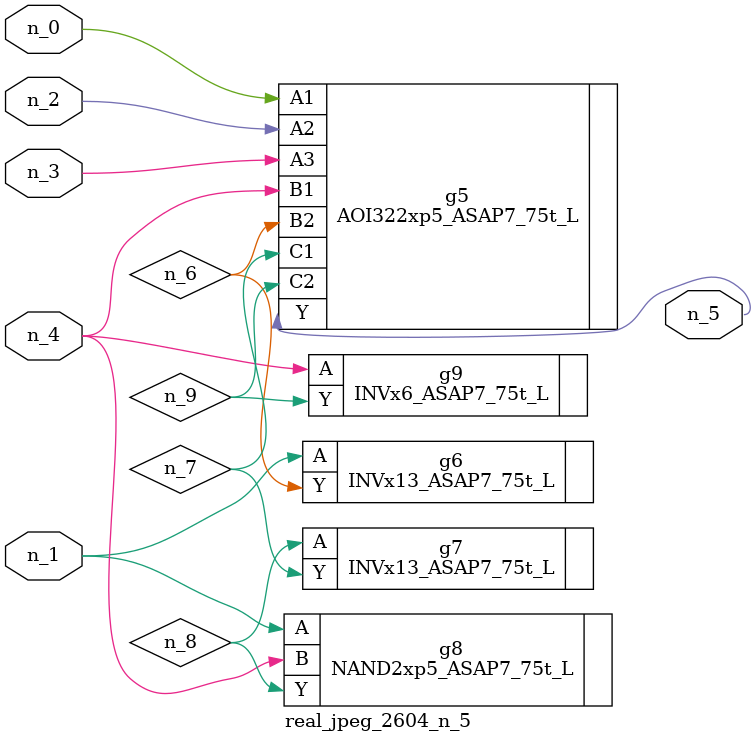
<source format=v>
module real_jpeg_2604_n_5 (n_4, n_0, n_1, n_2, n_3, n_5);

input n_4;
input n_0;
input n_1;
input n_2;
input n_3;

output n_5;

wire n_8;
wire n_6;
wire n_7;
wire n_9;

AOI322xp5_ASAP7_75t_L g5 ( 
.A1(n_0),
.A2(n_2),
.A3(n_3),
.B1(n_4),
.B2(n_6),
.C1(n_7),
.C2(n_9),
.Y(n_5)
);

INVx13_ASAP7_75t_L g6 ( 
.A(n_1),
.Y(n_6)
);

NAND2xp5_ASAP7_75t_L g8 ( 
.A(n_1),
.B(n_4),
.Y(n_8)
);

INVx6_ASAP7_75t_L g9 ( 
.A(n_4),
.Y(n_9)
);

INVx13_ASAP7_75t_L g7 ( 
.A(n_8),
.Y(n_7)
);


endmodule
</source>
